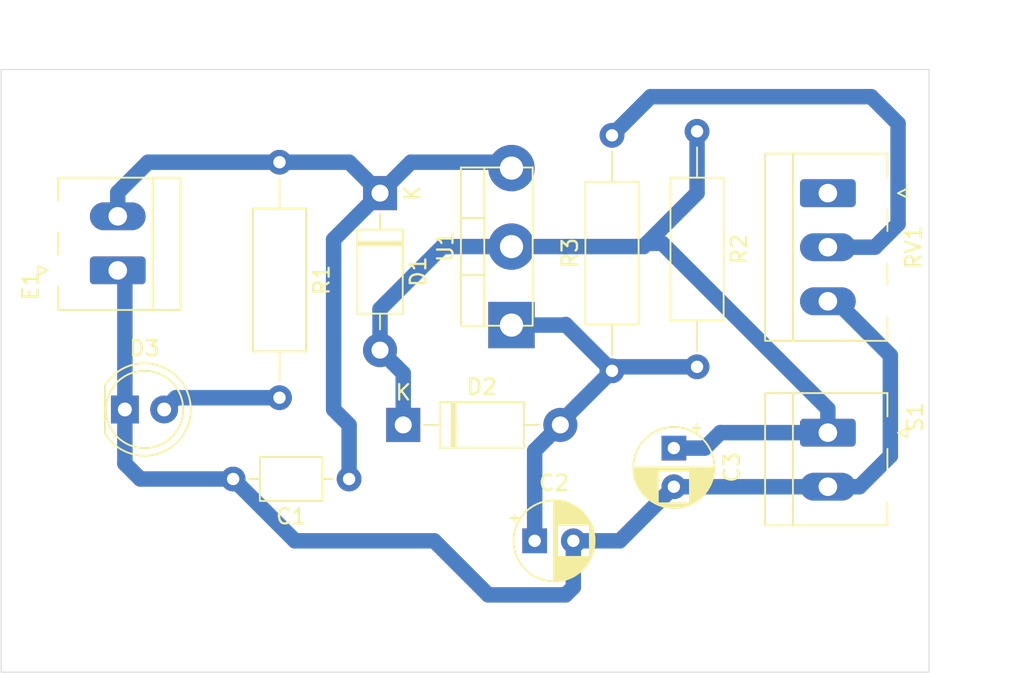
<source format=kicad_pcb>
(kicad_pcb (version 20171130) (host pcbnew "(5.1.10)-1")

  (general
    (thickness 1.6)
    (drawings 8)
    (tracks 64)
    (zones 0)
    (modules 13)
    (nets 8)
  )

  (page A4)
  (title_block
    (title "Fuente alimentacion regulable")
    (date 2021-06-28)
    (rev 4.0)
    (company "Electronica Reciclada")
  )

  (layers
    (0 F.Cu signal)
    (31 B.Cu signal)
    (32 B.Adhes user)
    (33 F.Adhes user)
    (34 B.Paste user)
    (35 F.Paste user)
    (36 B.SilkS user)
    (37 F.SilkS user)
    (38 B.Mask user)
    (39 F.Mask user)
    (40 Dwgs.User user)
    (41 Cmts.User user)
    (42 Eco1.User user)
    (43 Eco2.User user)
    (44 Edge.Cuts user)
    (45 Margin user)
    (46 B.CrtYd user)
    (47 F.CrtYd user)
    (48 B.Fab user hide)
    (49 F.Fab user)
  )

  (setup
    (last_trace_width 0.25)
    (user_trace_width 1)
    (user_trace_width 1.5)
    (user_trace_width 2)
    (trace_clearance 0.2)
    (zone_clearance 0.508)
    (zone_45_only no)
    (trace_min 0.2)
    (via_size 0.8)
    (via_drill 0.4)
    (via_min_size 0.4)
    (via_min_drill 0.3)
    (uvia_size 0.3)
    (uvia_drill 0.1)
    (uvias_allowed no)
    (uvia_min_size 0.2)
    (uvia_min_drill 0.1)
    (edge_width 0.05)
    (segment_width 0.2)
    (pcb_text_width 0.3)
    (pcb_text_size 1.5 1.5)
    (mod_edge_width 0.12)
    (mod_text_size 1 1)
    (mod_text_width 0.15)
    (pad_size 1.524 1.524)
    (pad_drill 0.762)
    (pad_to_mask_clearance 0)
    (aux_axis_origin 0 0)
    (visible_elements 7FFFFFFF)
    (pcbplotparams
      (layerselection 0x014fc_ffffffff)
      (usegerberextensions false)
      (usegerberattributes false)
      (usegerberadvancedattributes false)
      (creategerberjobfile false)
      (excludeedgelayer true)
      (linewidth 0.100000)
      (plotframeref false)
      (viasonmask false)
      (mode 1)
      (useauxorigin false)
      (hpglpennumber 1)
      (hpglpenspeed 20)
      (hpglpendiameter 15.000000)
      (psnegative false)
      (psa4output false)
      (plotreference true)
      (plotvalue true)
      (plotinvisibletext false)
      (padsonsilk false)
      (subtractmaskfromsilk false)
      (outputformat 1)
      (mirror false)
      (drillshape 0)
      (scaleselection 1)
      (outputdirectory ""))
  )

  (net 0 "")
  (net 1 VEE)
  (net 2 GND)
  (net 3 "Net-(D3-Pad2)")
  (net 4 "Net-(R3-Pad2)")
  (net 5 "Net-(RV1-Pad1)")
  (net 6 "Net-(C2-Pad1)")
  (net 7 "Net-(C3-Pad1)")

  (net_class Default "This is the default net class."
    (clearance 0.2)
    (trace_width 0.25)
    (via_dia 0.8)
    (via_drill 0.4)
    (uvia_dia 0.3)
    (uvia_drill 0.1)
    (add_net GND)
    (add_net "Net-(C2-Pad1)")
    (add_net "Net-(C3-Pad1)")
    (add_net "Net-(D3-Pad2)")
    (add_net "Net-(R3-Pad2)")
    (add_net "Net-(RV1-Pad1)")
    (add_net VEE)
  )

  (module Capacitor_THT:C_Axial_L3.8mm_D2.6mm_P7.50mm_Horizontal (layer F.Cu) (tedit 5AE50EF0) (tstamp 60D9E930)
    (at 102.5 74 180)
    (descr "C, Axial series, Axial, Horizontal, pin pitch=7.5mm, , length*diameter=3.8*2.6mm^2, http://www.vishay.com/docs/45231/arseries.pdf")
    (tags "C Axial series Axial Horizontal pin pitch 7.5mm  length 3.8mm diameter 2.6mm")
    (path /60D8C7A6)
    (fp_text reference C1 (at 3.75 -2.42) (layer F.SilkS)
      (effects (font (size 1 1) (thickness 0.15)))
    )
    (fp_text value 100nF (at 3.75 2.42) (layer F.Fab)
      (effects (font (size 1 1) (thickness 0.15)))
    )
    (fp_line (start 1.85 -1.3) (end 1.85 1.3) (layer F.Fab) (width 0.1))
    (fp_line (start 1.85 1.3) (end 5.65 1.3) (layer F.Fab) (width 0.1))
    (fp_line (start 5.65 1.3) (end 5.65 -1.3) (layer F.Fab) (width 0.1))
    (fp_line (start 5.65 -1.3) (end 1.85 -1.3) (layer F.Fab) (width 0.1))
    (fp_line (start 0 0) (end 1.85 0) (layer F.Fab) (width 0.1))
    (fp_line (start 7.5 0) (end 5.65 0) (layer F.Fab) (width 0.1))
    (fp_line (start 1.73 -1.42) (end 1.73 1.42) (layer F.SilkS) (width 0.12))
    (fp_line (start 1.73 1.42) (end 5.77 1.42) (layer F.SilkS) (width 0.12))
    (fp_line (start 5.77 1.42) (end 5.77 -1.42) (layer F.SilkS) (width 0.12))
    (fp_line (start 5.77 -1.42) (end 1.73 -1.42) (layer F.SilkS) (width 0.12))
    (fp_line (start 1.04 0) (end 1.73 0) (layer F.SilkS) (width 0.12))
    (fp_line (start 6.46 0) (end 5.77 0) (layer F.SilkS) (width 0.12))
    (fp_line (start -1.05 -1.55) (end -1.05 1.55) (layer F.CrtYd) (width 0.05))
    (fp_line (start -1.05 1.55) (end 8.55 1.55) (layer F.CrtYd) (width 0.05))
    (fp_line (start 8.55 1.55) (end 8.55 -1.55) (layer F.CrtYd) (width 0.05))
    (fp_line (start 8.55 -1.55) (end -1.05 -1.55) (layer F.CrtYd) (width 0.05))
    (fp_text user %R (at 3.75 0) (layer F.Fab)
      (effects (font (size 0.76 0.76) (thickness 0.114)))
    )
    (pad 1 thru_hole circle (at 0 0 180) (size 1.6 1.6) (drill 0.8) (layers *.Cu *.Mask)
      (net 1 VEE))
    (pad 2 thru_hole oval (at 7.5 0 180) (size 1.6 1.6) (drill 0.8) (layers *.Cu *.Mask)
      (net 2 GND))
    (model ${KISYS3DMOD}/Capacitor_THT.3dshapes/C_Axial_L3.8mm_D2.6mm_P7.50mm_Horizontal.wrl
      (at (xyz 0 0 0))
      (scale (xyz 1 1 1))
      (rotate (xyz 0 0 0))
    )
  )

  (module Capacitor_THT:CP_Radial_D5.0mm_P2.50mm (layer F.Cu) (tedit 5AE50EF0) (tstamp 60D9E9B4)
    (at 114.5 78)
    (descr "CP, Radial series, Radial, pin pitch=2.50mm, , diameter=5mm, Electrolytic Capacitor")
    (tags "CP Radial series Radial pin pitch 2.50mm  diameter 5mm Electrolytic Capacitor")
    (path /60DA078E)
    (fp_text reference C2 (at 1.25 -3.75) (layer F.SilkS)
      (effects (font (size 1 1) (thickness 0.15)))
    )
    (fp_text value "10uF / 24V" (at 1.25 3.75) (layer F.Fab)
      (effects (font (size 1 1) (thickness 0.15)))
    )
    (fp_circle (center 1.25 0) (end 3.75 0) (layer F.Fab) (width 0.1))
    (fp_circle (center 1.25 0) (end 3.87 0) (layer F.SilkS) (width 0.12))
    (fp_circle (center 1.25 0) (end 4 0) (layer F.CrtYd) (width 0.05))
    (fp_line (start -0.883605 -1.0875) (end -0.383605 -1.0875) (layer F.Fab) (width 0.1))
    (fp_line (start -0.633605 -1.3375) (end -0.633605 -0.8375) (layer F.Fab) (width 0.1))
    (fp_line (start 1.25 -2.58) (end 1.25 2.58) (layer F.SilkS) (width 0.12))
    (fp_line (start 1.29 -2.58) (end 1.29 2.58) (layer F.SilkS) (width 0.12))
    (fp_line (start 1.33 -2.579) (end 1.33 2.579) (layer F.SilkS) (width 0.12))
    (fp_line (start 1.37 -2.578) (end 1.37 2.578) (layer F.SilkS) (width 0.12))
    (fp_line (start 1.41 -2.576) (end 1.41 2.576) (layer F.SilkS) (width 0.12))
    (fp_line (start 1.45 -2.573) (end 1.45 2.573) (layer F.SilkS) (width 0.12))
    (fp_line (start 1.49 -2.569) (end 1.49 -1.04) (layer F.SilkS) (width 0.12))
    (fp_line (start 1.49 1.04) (end 1.49 2.569) (layer F.SilkS) (width 0.12))
    (fp_line (start 1.53 -2.565) (end 1.53 -1.04) (layer F.SilkS) (width 0.12))
    (fp_line (start 1.53 1.04) (end 1.53 2.565) (layer F.SilkS) (width 0.12))
    (fp_line (start 1.57 -2.561) (end 1.57 -1.04) (layer F.SilkS) (width 0.12))
    (fp_line (start 1.57 1.04) (end 1.57 2.561) (layer F.SilkS) (width 0.12))
    (fp_line (start 1.61 -2.556) (end 1.61 -1.04) (layer F.SilkS) (width 0.12))
    (fp_line (start 1.61 1.04) (end 1.61 2.556) (layer F.SilkS) (width 0.12))
    (fp_line (start 1.65 -2.55) (end 1.65 -1.04) (layer F.SilkS) (width 0.12))
    (fp_line (start 1.65 1.04) (end 1.65 2.55) (layer F.SilkS) (width 0.12))
    (fp_line (start 1.69 -2.543) (end 1.69 -1.04) (layer F.SilkS) (width 0.12))
    (fp_line (start 1.69 1.04) (end 1.69 2.543) (layer F.SilkS) (width 0.12))
    (fp_line (start 1.73 -2.536) (end 1.73 -1.04) (layer F.SilkS) (width 0.12))
    (fp_line (start 1.73 1.04) (end 1.73 2.536) (layer F.SilkS) (width 0.12))
    (fp_line (start 1.77 -2.528) (end 1.77 -1.04) (layer F.SilkS) (width 0.12))
    (fp_line (start 1.77 1.04) (end 1.77 2.528) (layer F.SilkS) (width 0.12))
    (fp_line (start 1.81 -2.52) (end 1.81 -1.04) (layer F.SilkS) (width 0.12))
    (fp_line (start 1.81 1.04) (end 1.81 2.52) (layer F.SilkS) (width 0.12))
    (fp_line (start 1.85 -2.511) (end 1.85 -1.04) (layer F.SilkS) (width 0.12))
    (fp_line (start 1.85 1.04) (end 1.85 2.511) (layer F.SilkS) (width 0.12))
    (fp_line (start 1.89 -2.501) (end 1.89 -1.04) (layer F.SilkS) (width 0.12))
    (fp_line (start 1.89 1.04) (end 1.89 2.501) (layer F.SilkS) (width 0.12))
    (fp_line (start 1.93 -2.491) (end 1.93 -1.04) (layer F.SilkS) (width 0.12))
    (fp_line (start 1.93 1.04) (end 1.93 2.491) (layer F.SilkS) (width 0.12))
    (fp_line (start 1.971 -2.48) (end 1.971 -1.04) (layer F.SilkS) (width 0.12))
    (fp_line (start 1.971 1.04) (end 1.971 2.48) (layer F.SilkS) (width 0.12))
    (fp_line (start 2.011 -2.468) (end 2.011 -1.04) (layer F.SilkS) (width 0.12))
    (fp_line (start 2.011 1.04) (end 2.011 2.468) (layer F.SilkS) (width 0.12))
    (fp_line (start 2.051 -2.455) (end 2.051 -1.04) (layer F.SilkS) (width 0.12))
    (fp_line (start 2.051 1.04) (end 2.051 2.455) (layer F.SilkS) (width 0.12))
    (fp_line (start 2.091 -2.442) (end 2.091 -1.04) (layer F.SilkS) (width 0.12))
    (fp_line (start 2.091 1.04) (end 2.091 2.442) (layer F.SilkS) (width 0.12))
    (fp_line (start 2.131 -2.428) (end 2.131 -1.04) (layer F.SilkS) (width 0.12))
    (fp_line (start 2.131 1.04) (end 2.131 2.428) (layer F.SilkS) (width 0.12))
    (fp_line (start 2.171 -2.414) (end 2.171 -1.04) (layer F.SilkS) (width 0.12))
    (fp_line (start 2.171 1.04) (end 2.171 2.414) (layer F.SilkS) (width 0.12))
    (fp_line (start 2.211 -2.398) (end 2.211 -1.04) (layer F.SilkS) (width 0.12))
    (fp_line (start 2.211 1.04) (end 2.211 2.398) (layer F.SilkS) (width 0.12))
    (fp_line (start 2.251 -2.382) (end 2.251 -1.04) (layer F.SilkS) (width 0.12))
    (fp_line (start 2.251 1.04) (end 2.251 2.382) (layer F.SilkS) (width 0.12))
    (fp_line (start 2.291 -2.365) (end 2.291 -1.04) (layer F.SilkS) (width 0.12))
    (fp_line (start 2.291 1.04) (end 2.291 2.365) (layer F.SilkS) (width 0.12))
    (fp_line (start 2.331 -2.348) (end 2.331 -1.04) (layer F.SilkS) (width 0.12))
    (fp_line (start 2.331 1.04) (end 2.331 2.348) (layer F.SilkS) (width 0.12))
    (fp_line (start 2.371 -2.329) (end 2.371 -1.04) (layer F.SilkS) (width 0.12))
    (fp_line (start 2.371 1.04) (end 2.371 2.329) (layer F.SilkS) (width 0.12))
    (fp_line (start 2.411 -2.31) (end 2.411 -1.04) (layer F.SilkS) (width 0.12))
    (fp_line (start 2.411 1.04) (end 2.411 2.31) (layer F.SilkS) (width 0.12))
    (fp_line (start 2.451 -2.29) (end 2.451 -1.04) (layer F.SilkS) (width 0.12))
    (fp_line (start 2.451 1.04) (end 2.451 2.29) (layer F.SilkS) (width 0.12))
    (fp_line (start 2.491 -2.268) (end 2.491 -1.04) (layer F.SilkS) (width 0.12))
    (fp_line (start 2.491 1.04) (end 2.491 2.268) (layer F.SilkS) (width 0.12))
    (fp_line (start 2.531 -2.247) (end 2.531 -1.04) (layer F.SilkS) (width 0.12))
    (fp_line (start 2.531 1.04) (end 2.531 2.247) (layer F.SilkS) (width 0.12))
    (fp_line (start 2.571 -2.224) (end 2.571 -1.04) (layer F.SilkS) (width 0.12))
    (fp_line (start 2.571 1.04) (end 2.571 2.224) (layer F.SilkS) (width 0.12))
    (fp_line (start 2.611 -2.2) (end 2.611 -1.04) (layer F.SilkS) (width 0.12))
    (fp_line (start 2.611 1.04) (end 2.611 2.2) (layer F.SilkS) (width 0.12))
    (fp_line (start 2.651 -2.175) (end 2.651 -1.04) (layer F.SilkS) (width 0.12))
    (fp_line (start 2.651 1.04) (end 2.651 2.175) (layer F.SilkS) (width 0.12))
    (fp_line (start 2.691 -2.149) (end 2.691 -1.04) (layer F.SilkS) (width 0.12))
    (fp_line (start 2.691 1.04) (end 2.691 2.149) (layer F.SilkS) (width 0.12))
    (fp_line (start 2.731 -2.122) (end 2.731 -1.04) (layer F.SilkS) (width 0.12))
    (fp_line (start 2.731 1.04) (end 2.731 2.122) (layer F.SilkS) (width 0.12))
    (fp_line (start 2.771 -2.095) (end 2.771 -1.04) (layer F.SilkS) (width 0.12))
    (fp_line (start 2.771 1.04) (end 2.771 2.095) (layer F.SilkS) (width 0.12))
    (fp_line (start 2.811 -2.065) (end 2.811 -1.04) (layer F.SilkS) (width 0.12))
    (fp_line (start 2.811 1.04) (end 2.811 2.065) (layer F.SilkS) (width 0.12))
    (fp_line (start 2.851 -2.035) (end 2.851 -1.04) (layer F.SilkS) (width 0.12))
    (fp_line (start 2.851 1.04) (end 2.851 2.035) (layer F.SilkS) (width 0.12))
    (fp_line (start 2.891 -2.004) (end 2.891 -1.04) (layer F.SilkS) (width 0.12))
    (fp_line (start 2.891 1.04) (end 2.891 2.004) (layer F.SilkS) (width 0.12))
    (fp_line (start 2.931 -1.971) (end 2.931 -1.04) (layer F.SilkS) (width 0.12))
    (fp_line (start 2.931 1.04) (end 2.931 1.971) (layer F.SilkS) (width 0.12))
    (fp_line (start 2.971 -1.937) (end 2.971 -1.04) (layer F.SilkS) (width 0.12))
    (fp_line (start 2.971 1.04) (end 2.971 1.937) (layer F.SilkS) (width 0.12))
    (fp_line (start 3.011 -1.901) (end 3.011 -1.04) (layer F.SilkS) (width 0.12))
    (fp_line (start 3.011 1.04) (end 3.011 1.901) (layer F.SilkS) (width 0.12))
    (fp_line (start 3.051 -1.864) (end 3.051 -1.04) (layer F.SilkS) (width 0.12))
    (fp_line (start 3.051 1.04) (end 3.051 1.864) (layer F.SilkS) (width 0.12))
    (fp_line (start 3.091 -1.826) (end 3.091 -1.04) (layer F.SilkS) (width 0.12))
    (fp_line (start 3.091 1.04) (end 3.091 1.826) (layer F.SilkS) (width 0.12))
    (fp_line (start 3.131 -1.785) (end 3.131 -1.04) (layer F.SilkS) (width 0.12))
    (fp_line (start 3.131 1.04) (end 3.131 1.785) (layer F.SilkS) (width 0.12))
    (fp_line (start 3.171 -1.743) (end 3.171 -1.04) (layer F.SilkS) (width 0.12))
    (fp_line (start 3.171 1.04) (end 3.171 1.743) (layer F.SilkS) (width 0.12))
    (fp_line (start 3.211 -1.699) (end 3.211 -1.04) (layer F.SilkS) (width 0.12))
    (fp_line (start 3.211 1.04) (end 3.211 1.699) (layer F.SilkS) (width 0.12))
    (fp_line (start 3.251 -1.653) (end 3.251 -1.04) (layer F.SilkS) (width 0.12))
    (fp_line (start 3.251 1.04) (end 3.251 1.653) (layer F.SilkS) (width 0.12))
    (fp_line (start 3.291 -1.605) (end 3.291 -1.04) (layer F.SilkS) (width 0.12))
    (fp_line (start 3.291 1.04) (end 3.291 1.605) (layer F.SilkS) (width 0.12))
    (fp_line (start 3.331 -1.554) (end 3.331 -1.04) (layer F.SilkS) (width 0.12))
    (fp_line (start 3.331 1.04) (end 3.331 1.554) (layer F.SilkS) (width 0.12))
    (fp_line (start 3.371 -1.5) (end 3.371 -1.04) (layer F.SilkS) (width 0.12))
    (fp_line (start 3.371 1.04) (end 3.371 1.5) (layer F.SilkS) (width 0.12))
    (fp_line (start 3.411 -1.443) (end 3.411 -1.04) (layer F.SilkS) (width 0.12))
    (fp_line (start 3.411 1.04) (end 3.411 1.443) (layer F.SilkS) (width 0.12))
    (fp_line (start 3.451 -1.383) (end 3.451 -1.04) (layer F.SilkS) (width 0.12))
    (fp_line (start 3.451 1.04) (end 3.451 1.383) (layer F.SilkS) (width 0.12))
    (fp_line (start 3.491 -1.319) (end 3.491 -1.04) (layer F.SilkS) (width 0.12))
    (fp_line (start 3.491 1.04) (end 3.491 1.319) (layer F.SilkS) (width 0.12))
    (fp_line (start 3.531 -1.251) (end 3.531 -1.04) (layer F.SilkS) (width 0.12))
    (fp_line (start 3.531 1.04) (end 3.531 1.251) (layer F.SilkS) (width 0.12))
    (fp_line (start 3.571 -1.178) (end 3.571 1.178) (layer F.SilkS) (width 0.12))
    (fp_line (start 3.611 -1.098) (end 3.611 1.098) (layer F.SilkS) (width 0.12))
    (fp_line (start 3.651 -1.011) (end 3.651 1.011) (layer F.SilkS) (width 0.12))
    (fp_line (start 3.691 -0.915) (end 3.691 0.915) (layer F.SilkS) (width 0.12))
    (fp_line (start 3.731 -0.805) (end 3.731 0.805) (layer F.SilkS) (width 0.12))
    (fp_line (start 3.771 -0.677) (end 3.771 0.677) (layer F.SilkS) (width 0.12))
    (fp_line (start 3.811 -0.518) (end 3.811 0.518) (layer F.SilkS) (width 0.12))
    (fp_line (start 3.851 -0.284) (end 3.851 0.284) (layer F.SilkS) (width 0.12))
    (fp_line (start -1.554775 -1.475) (end -1.054775 -1.475) (layer F.SilkS) (width 0.12))
    (fp_line (start -1.304775 -1.725) (end -1.304775 -1.225) (layer F.SilkS) (width 0.12))
    (fp_text user %R (at 1.25 0) (layer F.Fab)
      (effects (font (size 1 1) (thickness 0.15)))
    )
    (pad 1 thru_hole rect (at 0 0) (size 1.6 1.6) (drill 0.8) (layers *.Cu *.Mask)
      (net 6 "Net-(C2-Pad1)"))
    (pad 2 thru_hole circle (at 2.5 0) (size 1.6 1.6) (drill 0.8) (layers *.Cu *.Mask)
      (net 2 GND))
    (model ${KISYS3DMOD}/Capacitor_THT.3dshapes/CP_Radial_D5.0mm_P2.50mm.wrl
      (at (xyz 0 0 0))
      (scale (xyz 1 1 1))
      (rotate (xyz 0 0 0))
    )
  )

  (module Capacitor_THT:CP_Radial_D5.0mm_P2.50mm (layer F.Cu) (tedit 5AE50EF0) (tstamp 60D9EA38)
    (at 123.5 72 270)
    (descr "CP, Radial series, Radial, pin pitch=2.50mm, , diameter=5mm, Electrolytic Capacitor")
    (tags "CP Radial series Radial pin pitch 2.50mm  diameter 5mm Electrolytic Capacitor")
    (path /60DA29E5)
    (fp_text reference C3 (at 1.25 -3.75 90) (layer F.SilkS)
      (effects (font (size 1 1) (thickness 0.15)))
    )
    (fp_text value 100uF (at 1.25 3.75 90) (layer F.Fab)
      (effects (font (size 1 1) (thickness 0.15)))
    )
    (fp_line (start -1.304775 -1.725) (end -1.304775 -1.225) (layer F.SilkS) (width 0.12))
    (fp_line (start -1.554775 -1.475) (end -1.054775 -1.475) (layer F.SilkS) (width 0.12))
    (fp_line (start 3.851 -0.284) (end 3.851 0.284) (layer F.SilkS) (width 0.12))
    (fp_line (start 3.811 -0.518) (end 3.811 0.518) (layer F.SilkS) (width 0.12))
    (fp_line (start 3.771 -0.677) (end 3.771 0.677) (layer F.SilkS) (width 0.12))
    (fp_line (start 3.731 -0.805) (end 3.731 0.805) (layer F.SilkS) (width 0.12))
    (fp_line (start 3.691 -0.915) (end 3.691 0.915) (layer F.SilkS) (width 0.12))
    (fp_line (start 3.651 -1.011) (end 3.651 1.011) (layer F.SilkS) (width 0.12))
    (fp_line (start 3.611 -1.098) (end 3.611 1.098) (layer F.SilkS) (width 0.12))
    (fp_line (start 3.571 -1.178) (end 3.571 1.178) (layer F.SilkS) (width 0.12))
    (fp_line (start 3.531 1.04) (end 3.531 1.251) (layer F.SilkS) (width 0.12))
    (fp_line (start 3.531 -1.251) (end 3.531 -1.04) (layer F.SilkS) (width 0.12))
    (fp_line (start 3.491 1.04) (end 3.491 1.319) (layer F.SilkS) (width 0.12))
    (fp_line (start 3.491 -1.319) (end 3.491 -1.04) (layer F.SilkS) (width 0.12))
    (fp_line (start 3.451 1.04) (end 3.451 1.383) (layer F.SilkS) (width 0.12))
    (fp_line (start 3.451 -1.383) (end 3.451 -1.04) (layer F.SilkS) (width 0.12))
    (fp_line (start 3.411 1.04) (end 3.411 1.443) (layer F.SilkS) (width 0.12))
    (fp_line (start 3.411 -1.443) (end 3.411 -1.04) (layer F.SilkS) (width 0.12))
    (fp_line (start 3.371 1.04) (end 3.371 1.5) (layer F.SilkS) (width 0.12))
    (fp_line (start 3.371 -1.5) (end 3.371 -1.04) (layer F.SilkS) (width 0.12))
    (fp_line (start 3.331 1.04) (end 3.331 1.554) (layer F.SilkS) (width 0.12))
    (fp_line (start 3.331 -1.554) (end 3.331 -1.04) (layer F.SilkS) (width 0.12))
    (fp_line (start 3.291 1.04) (end 3.291 1.605) (layer F.SilkS) (width 0.12))
    (fp_line (start 3.291 -1.605) (end 3.291 -1.04) (layer F.SilkS) (width 0.12))
    (fp_line (start 3.251 1.04) (end 3.251 1.653) (layer F.SilkS) (width 0.12))
    (fp_line (start 3.251 -1.653) (end 3.251 -1.04) (layer F.SilkS) (width 0.12))
    (fp_line (start 3.211 1.04) (end 3.211 1.699) (layer F.SilkS) (width 0.12))
    (fp_line (start 3.211 -1.699) (end 3.211 -1.04) (layer F.SilkS) (width 0.12))
    (fp_line (start 3.171 1.04) (end 3.171 1.743) (layer F.SilkS) (width 0.12))
    (fp_line (start 3.171 -1.743) (end 3.171 -1.04) (layer F.SilkS) (width 0.12))
    (fp_line (start 3.131 1.04) (end 3.131 1.785) (layer F.SilkS) (width 0.12))
    (fp_line (start 3.131 -1.785) (end 3.131 -1.04) (layer F.SilkS) (width 0.12))
    (fp_line (start 3.091 1.04) (end 3.091 1.826) (layer F.SilkS) (width 0.12))
    (fp_line (start 3.091 -1.826) (end 3.091 -1.04) (layer F.SilkS) (width 0.12))
    (fp_line (start 3.051 1.04) (end 3.051 1.864) (layer F.SilkS) (width 0.12))
    (fp_line (start 3.051 -1.864) (end 3.051 -1.04) (layer F.SilkS) (width 0.12))
    (fp_line (start 3.011 1.04) (end 3.011 1.901) (layer F.SilkS) (width 0.12))
    (fp_line (start 3.011 -1.901) (end 3.011 -1.04) (layer F.SilkS) (width 0.12))
    (fp_line (start 2.971 1.04) (end 2.971 1.937) (layer F.SilkS) (width 0.12))
    (fp_line (start 2.971 -1.937) (end 2.971 -1.04) (layer F.SilkS) (width 0.12))
    (fp_line (start 2.931 1.04) (end 2.931 1.971) (layer F.SilkS) (width 0.12))
    (fp_line (start 2.931 -1.971) (end 2.931 -1.04) (layer F.SilkS) (width 0.12))
    (fp_line (start 2.891 1.04) (end 2.891 2.004) (layer F.SilkS) (width 0.12))
    (fp_line (start 2.891 -2.004) (end 2.891 -1.04) (layer F.SilkS) (width 0.12))
    (fp_line (start 2.851 1.04) (end 2.851 2.035) (layer F.SilkS) (width 0.12))
    (fp_line (start 2.851 -2.035) (end 2.851 -1.04) (layer F.SilkS) (width 0.12))
    (fp_line (start 2.811 1.04) (end 2.811 2.065) (layer F.SilkS) (width 0.12))
    (fp_line (start 2.811 -2.065) (end 2.811 -1.04) (layer F.SilkS) (width 0.12))
    (fp_line (start 2.771 1.04) (end 2.771 2.095) (layer F.SilkS) (width 0.12))
    (fp_line (start 2.771 -2.095) (end 2.771 -1.04) (layer F.SilkS) (width 0.12))
    (fp_line (start 2.731 1.04) (end 2.731 2.122) (layer F.SilkS) (width 0.12))
    (fp_line (start 2.731 -2.122) (end 2.731 -1.04) (layer F.SilkS) (width 0.12))
    (fp_line (start 2.691 1.04) (end 2.691 2.149) (layer F.SilkS) (width 0.12))
    (fp_line (start 2.691 -2.149) (end 2.691 -1.04) (layer F.SilkS) (width 0.12))
    (fp_line (start 2.651 1.04) (end 2.651 2.175) (layer F.SilkS) (width 0.12))
    (fp_line (start 2.651 -2.175) (end 2.651 -1.04) (layer F.SilkS) (width 0.12))
    (fp_line (start 2.611 1.04) (end 2.611 2.2) (layer F.SilkS) (width 0.12))
    (fp_line (start 2.611 -2.2) (end 2.611 -1.04) (layer F.SilkS) (width 0.12))
    (fp_line (start 2.571 1.04) (end 2.571 2.224) (layer F.SilkS) (width 0.12))
    (fp_line (start 2.571 -2.224) (end 2.571 -1.04) (layer F.SilkS) (width 0.12))
    (fp_line (start 2.531 1.04) (end 2.531 2.247) (layer F.SilkS) (width 0.12))
    (fp_line (start 2.531 -2.247) (end 2.531 -1.04) (layer F.SilkS) (width 0.12))
    (fp_line (start 2.491 1.04) (end 2.491 2.268) (layer F.SilkS) (width 0.12))
    (fp_line (start 2.491 -2.268) (end 2.491 -1.04) (layer F.SilkS) (width 0.12))
    (fp_line (start 2.451 1.04) (end 2.451 2.29) (layer F.SilkS) (width 0.12))
    (fp_line (start 2.451 -2.29) (end 2.451 -1.04) (layer F.SilkS) (width 0.12))
    (fp_line (start 2.411 1.04) (end 2.411 2.31) (layer F.SilkS) (width 0.12))
    (fp_line (start 2.411 -2.31) (end 2.411 -1.04) (layer F.SilkS) (width 0.12))
    (fp_line (start 2.371 1.04) (end 2.371 2.329) (layer F.SilkS) (width 0.12))
    (fp_line (start 2.371 -2.329) (end 2.371 -1.04) (layer F.SilkS) (width 0.12))
    (fp_line (start 2.331 1.04) (end 2.331 2.348) (layer F.SilkS) (width 0.12))
    (fp_line (start 2.331 -2.348) (end 2.331 -1.04) (layer F.SilkS) (width 0.12))
    (fp_line (start 2.291 1.04) (end 2.291 2.365) (layer F.SilkS) (width 0.12))
    (fp_line (start 2.291 -2.365) (end 2.291 -1.04) (layer F.SilkS) (width 0.12))
    (fp_line (start 2.251 1.04) (end 2.251 2.382) (layer F.SilkS) (width 0.12))
    (fp_line (start 2.251 -2.382) (end 2.251 -1.04) (layer F.SilkS) (width 0.12))
    (fp_line (start 2.211 1.04) (end 2.211 2.398) (layer F.SilkS) (width 0.12))
    (fp_line (start 2.211 -2.398) (end 2.211 -1.04) (layer F.SilkS) (width 0.12))
    (fp_line (start 2.171 1.04) (end 2.171 2.414) (layer F.SilkS) (width 0.12))
    (fp_line (start 2.171 -2.414) (end 2.171 -1.04) (layer F.SilkS) (width 0.12))
    (fp_line (start 2.131 1.04) (end 2.131 2.428) (layer F.SilkS) (width 0.12))
    (fp_line (start 2.131 -2.428) (end 2.131 -1.04) (layer F.SilkS) (width 0.12))
    (fp_line (start 2.091 1.04) (end 2.091 2.442) (layer F.SilkS) (width 0.12))
    (fp_line (start 2.091 -2.442) (end 2.091 -1.04) (layer F.SilkS) (width 0.12))
    (fp_line (start 2.051 1.04) (end 2.051 2.455) (layer F.SilkS) (width 0.12))
    (fp_line (start 2.051 -2.455) (end 2.051 -1.04) (layer F.SilkS) (width 0.12))
    (fp_line (start 2.011 1.04) (end 2.011 2.468) (layer F.SilkS) (width 0.12))
    (fp_line (start 2.011 -2.468) (end 2.011 -1.04) (layer F.SilkS) (width 0.12))
    (fp_line (start 1.971 1.04) (end 1.971 2.48) (layer F.SilkS) (width 0.12))
    (fp_line (start 1.971 -2.48) (end 1.971 -1.04) (layer F.SilkS) (width 0.12))
    (fp_line (start 1.93 1.04) (end 1.93 2.491) (layer F.SilkS) (width 0.12))
    (fp_line (start 1.93 -2.491) (end 1.93 -1.04) (layer F.SilkS) (width 0.12))
    (fp_line (start 1.89 1.04) (end 1.89 2.501) (layer F.SilkS) (width 0.12))
    (fp_line (start 1.89 -2.501) (end 1.89 -1.04) (layer F.SilkS) (width 0.12))
    (fp_line (start 1.85 1.04) (end 1.85 2.511) (layer F.SilkS) (width 0.12))
    (fp_line (start 1.85 -2.511) (end 1.85 -1.04) (layer F.SilkS) (width 0.12))
    (fp_line (start 1.81 1.04) (end 1.81 2.52) (layer F.SilkS) (width 0.12))
    (fp_line (start 1.81 -2.52) (end 1.81 -1.04) (layer F.SilkS) (width 0.12))
    (fp_line (start 1.77 1.04) (end 1.77 2.528) (layer F.SilkS) (width 0.12))
    (fp_line (start 1.77 -2.528) (end 1.77 -1.04) (layer F.SilkS) (width 0.12))
    (fp_line (start 1.73 1.04) (end 1.73 2.536) (layer F.SilkS) (width 0.12))
    (fp_line (start 1.73 -2.536) (end 1.73 -1.04) (layer F.SilkS) (width 0.12))
    (fp_line (start 1.69 1.04) (end 1.69 2.543) (layer F.SilkS) (width 0.12))
    (fp_line (start 1.69 -2.543) (end 1.69 -1.04) (layer F.SilkS) (width 0.12))
    (fp_line (start 1.65 1.04) (end 1.65 2.55) (layer F.SilkS) (width 0.12))
    (fp_line (start 1.65 -2.55) (end 1.65 -1.04) (layer F.SilkS) (width 0.12))
    (fp_line (start 1.61 1.04) (end 1.61 2.556) (layer F.SilkS) (width 0.12))
    (fp_line (start 1.61 -2.556) (end 1.61 -1.04) (layer F.SilkS) (width 0.12))
    (fp_line (start 1.57 1.04) (end 1.57 2.561) (layer F.SilkS) (width 0.12))
    (fp_line (start 1.57 -2.561) (end 1.57 -1.04) (layer F.SilkS) (width 0.12))
    (fp_line (start 1.53 1.04) (end 1.53 2.565) (layer F.SilkS) (width 0.12))
    (fp_line (start 1.53 -2.565) (end 1.53 -1.04) (layer F.SilkS) (width 0.12))
    (fp_line (start 1.49 1.04) (end 1.49 2.569) (layer F.SilkS) (width 0.12))
    (fp_line (start 1.49 -2.569) (end 1.49 -1.04) (layer F.SilkS) (width 0.12))
    (fp_line (start 1.45 -2.573) (end 1.45 2.573) (layer F.SilkS) (width 0.12))
    (fp_line (start 1.41 -2.576) (end 1.41 2.576) (layer F.SilkS) (width 0.12))
    (fp_line (start 1.37 -2.578) (end 1.37 2.578) (layer F.SilkS) (width 0.12))
    (fp_line (start 1.33 -2.579) (end 1.33 2.579) (layer F.SilkS) (width 0.12))
    (fp_line (start 1.29 -2.58) (end 1.29 2.58) (layer F.SilkS) (width 0.12))
    (fp_line (start 1.25 -2.58) (end 1.25 2.58) (layer F.SilkS) (width 0.12))
    (fp_line (start -0.633605 -1.3375) (end -0.633605 -0.8375) (layer F.Fab) (width 0.1))
    (fp_line (start -0.883605 -1.0875) (end -0.383605 -1.0875) (layer F.Fab) (width 0.1))
    (fp_circle (center 1.25 0) (end 4 0) (layer F.CrtYd) (width 0.05))
    (fp_circle (center 1.25 0) (end 3.87 0) (layer F.SilkS) (width 0.12))
    (fp_circle (center 1.25 0) (end 3.75 0) (layer F.Fab) (width 0.1))
    (fp_text user %R (at 1.25 0 90) (layer F.Fab)
      (effects (font (size 1 1) (thickness 0.15)))
    )
    (pad 2 thru_hole circle (at 2.5 0 270) (size 1.6 1.6) (drill 0.8) (layers *.Cu *.Mask)
      (net 2 GND))
    (pad 1 thru_hole rect (at 0 0 270) (size 1.6 1.6) (drill 0.8) (layers *.Cu *.Mask)
      (net 7 "Net-(C3-Pad1)"))
    (model ${KISYS3DMOD}/Capacitor_THT.3dshapes/CP_Radial_D5.0mm_P2.50mm.wrl
      (at (xyz 0 0 0))
      (scale (xyz 1 1 1))
      (rotate (xyz 0 0 0))
    )
  )

  (module Diode_THT:D_DO-41_SOD81_P10.16mm_Horizontal (layer F.Cu) (tedit 5AE50CD5) (tstamp 60D9EA57)
    (at 104.5 55.5 270)
    (descr "Diode, DO-41_SOD81 series, Axial, Horizontal, pin pitch=10.16mm, , length*diameter=5.2*2.7mm^2, , http://www.diodes.com/_files/packages/DO-41%20(Plastic).pdf")
    (tags "Diode DO-41_SOD81 series Axial Horizontal pin pitch 10.16mm  length 5.2mm diameter 2.7mm")
    (path /60D9C27C)
    (fp_text reference D1 (at 5.08 -2.47 90) (layer F.SilkS)
      (effects (font (size 1 1) (thickness 0.15)))
    )
    (fp_text value 1N4007 (at 5.08 2.47 90) (layer F.Fab)
      (effects (font (size 1 1) (thickness 0.15)))
    )
    (fp_line (start 2.48 -1.35) (end 2.48 1.35) (layer F.Fab) (width 0.1))
    (fp_line (start 2.48 1.35) (end 7.68 1.35) (layer F.Fab) (width 0.1))
    (fp_line (start 7.68 1.35) (end 7.68 -1.35) (layer F.Fab) (width 0.1))
    (fp_line (start 7.68 -1.35) (end 2.48 -1.35) (layer F.Fab) (width 0.1))
    (fp_line (start 0 0) (end 2.48 0) (layer F.Fab) (width 0.1))
    (fp_line (start 10.16 0) (end 7.68 0) (layer F.Fab) (width 0.1))
    (fp_line (start 3.26 -1.35) (end 3.26 1.35) (layer F.Fab) (width 0.1))
    (fp_line (start 3.36 -1.35) (end 3.36 1.35) (layer F.Fab) (width 0.1))
    (fp_line (start 3.16 -1.35) (end 3.16 1.35) (layer F.Fab) (width 0.1))
    (fp_line (start 2.36 -1.47) (end 2.36 1.47) (layer F.SilkS) (width 0.12))
    (fp_line (start 2.36 1.47) (end 7.8 1.47) (layer F.SilkS) (width 0.12))
    (fp_line (start 7.8 1.47) (end 7.8 -1.47) (layer F.SilkS) (width 0.12))
    (fp_line (start 7.8 -1.47) (end 2.36 -1.47) (layer F.SilkS) (width 0.12))
    (fp_line (start 1.34 0) (end 2.36 0) (layer F.SilkS) (width 0.12))
    (fp_line (start 8.82 0) (end 7.8 0) (layer F.SilkS) (width 0.12))
    (fp_line (start 3.26 -1.47) (end 3.26 1.47) (layer F.SilkS) (width 0.12))
    (fp_line (start 3.38 -1.47) (end 3.38 1.47) (layer F.SilkS) (width 0.12))
    (fp_line (start 3.14 -1.47) (end 3.14 1.47) (layer F.SilkS) (width 0.12))
    (fp_line (start -1.35 -1.6) (end -1.35 1.6) (layer F.CrtYd) (width 0.05))
    (fp_line (start -1.35 1.6) (end 11.51 1.6) (layer F.CrtYd) (width 0.05))
    (fp_line (start 11.51 1.6) (end 11.51 -1.6) (layer F.CrtYd) (width 0.05))
    (fp_line (start 11.51 -1.6) (end -1.35 -1.6) (layer F.CrtYd) (width 0.05))
    (fp_text user %R (at 5.47 0 90) (layer F.Fab)
      (effects (font (size 1 1) (thickness 0.15)))
    )
    (fp_text user K (at 0 -2.1 90) (layer F.Fab)
      (effects (font (size 1 1) (thickness 0.15)))
    )
    (fp_text user K (at 0 -2.1 90) (layer F.SilkS)
      (effects (font (size 1 1) (thickness 0.15)))
    )
    (pad 1 thru_hole rect (at 0 0 270) (size 2.2 2.2) (drill 1.1) (layers *.Cu *.Mask)
      (net 1 VEE))
    (pad 2 thru_hole oval (at 10.16 0 270) (size 2.2 2.2) (drill 1.1) (layers *.Cu *.Mask)
      (net 7 "Net-(C3-Pad1)"))
    (model ${KISYS3DMOD}/Diode_THT.3dshapes/D_DO-41_SOD81_P10.16mm_Horizontal.wrl
      (at (xyz 0 0 0))
      (scale (xyz 1 1 1))
      (rotate (xyz 0 0 0))
    )
  )

  (module Diode_THT:D_DO-41_SOD81_P10.16mm_Horizontal (layer F.Cu) (tedit 5AE50CD5) (tstamp 60D9EA76)
    (at 106 70.5)
    (descr "Diode, DO-41_SOD81 series, Axial, Horizontal, pin pitch=10.16mm, , length*diameter=5.2*2.7mm^2, , http://www.diodes.com/_files/packages/DO-41%20(Plastic).pdf")
    (tags "Diode DO-41_SOD81 series Axial Horizontal pin pitch 10.16mm  length 5.2mm diameter 2.7mm")
    (path /60D9E604)
    (fp_text reference D2 (at 5.08 -2.47) (layer F.SilkS)
      (effects (font (size 1 1) (thickness 0.15)))
    )
    (fp_text value 1N4001 (at 5.08 2.47) (layer F.Fab)
      (effects (font (size 1 1) (thickness 0.15)))
    )
    (fp_line (start 11.51 -1.6) (end -1.35 -1.6) (layer F.CrtYd) (width 0.05))
    (fp_line (start 11.51 1.6) (end 11.51 -1.6) (layer F.CrtYd) (width 0.05))
    (fp_line (start -1.35 1.6) (end 11.51 1.6) (layer F.CrtYd) (width 0.05))
    (fp_line (start -1.35 -1.6) (end -1.35 1.6) (layer F.CrtYd) (width 0.05))
    (fp_line (start 3.14 -1.47) (end 3.14 1.47) (layer F.SilkS) (width 0.12))
    (fp_line (start 3.38 -1.47) (end 3.38 1.47) (layer F.SilkS) (width 0.12))
    (fp_line (start 3.26 -1.47) (end 3.26 1.47) (layer F.SilkS) (width 0.12))
    (fp_line (start 8.82 0) (end 7.8 0) (layer F.SilkS) (width 0.12))
    (fp_line (start 1.34 0) (end 2.36 0) (layer F.SilkS) (width 0.12))
    (fp_line (start 7.8 -1.47) (end 2.36 -1.47) (layer F.SilkS) (width 0.12))
    (fp_line (start 7.8 1.47) (end 7.8 -1.47) (layer F.SilkS) (width 0.12))
    (fp_line (start 2.36 1.47) (end 7.8 1.47) (layer F.SilkS) (width 0.12))
    (fp_line (start 2.36 -1.47) (end 2.36 1.47) (layer F.SilkS) (width 0.12))
    (fp_line (start 3.16 -1.35) (end 3.16 1.35) (layer F.Fab) (width 0.1))
    (fp_line (start 3.36 -1.35) (end 3.36 1.35) (layer F.Fab) (width 0.1))
    (fp_line (start 3.26 -1.35) (end 3.26 1.35) (layer F.Fab) (width 0.1))
    (fp_line (start 10.16 0) (end 7.68 0) (layer F.Fab) (width 0.1))
    (fp_line (start 0 0) (end 2.48 0) (layer F.Fab) (width 0.1))
    (fp_line (start 7.68 -1.35) (end 2.48 -1.35) (layer F.Fab) (width 0.1))
    (fp_line (start 7.68 1.35) (end 7.68 -1.35) (layer F.Fab) (width 0.1))
    (fp_line (start 2.48 1.35) (end 7.68 1.35) (layer F.Fab) (width 0.1))
    (fp_line (start 2.48 -1.35) (end 2.48 1.35) (layer F.Fab) (width 0.1))
    (fp_text user K (at 0 -2.1) (layer F.SilkS)
      (effects (font (size 1 1) (thickness 0.15)))
    )
    (fp_text user K (at 0 -2.1) (layer F.Fab)
      (effects (font (size 1 1) (thickness 0.15)))
    )
    (fp_text user %R (at 5.47 0) (layer F.Fab)
      (effects (font (size 1 1) (thickness 0.15)))
    )
    (pad 2 thru_hole oval (at 10.16 0) (size 2.2 2.2) (drill 1.1) (layers *.Cu *.Mask)
      (net 6 "Net-(C2-Pad1)"))
    (pad 1 thru_hole rect (at 0 0) (size 2.2 2.2) (drill 1.1) (layers *.Cu *.Mask)
      (net 7 "Net-(C3-Pad1)"))
    (model ${KISYS3DMOD}/Diode_THT.3dshapes/D_DO-41_SOD81_P10.16mm_Horizontal.wrl
      (at (xyz 0 0 0))
      (scale (xyz 1 1 1))
      (rotate (xyz 0 0 0))
    )
  )

  (module LED_THT:LED_D5.0mm (layer F.Cu) (tedit 5995936A) (tstamp 60D9EA88)
    (at 88 69.5)
    (descr "LED, diameter 5.0mm, 2 pins, http://cdn-reichelt.de/documents/datenblatt/A500/LL-504BC2E-009.pdf")
    (tags "LED diameter 5.0mm 2 pins")
    (path /60D9663A)
    (fp_text reference D3 (at 1.27 -3.96) (layer F.SilkS)
      (effects (font (size 1 1) (thickness 0.15)))
    )
    (fp_text value "LED ROJO" (at 1.27 3.96) (layer F.Fab)
      (effects (font (size 1 1) (thickness 0.15)))
    )
    (fp_circle (center 1.27 0) (end 3.77 0) (layer F.Fab) (width 0.1))
    (fp_circle (center 1.27 0) (end 3.77 0) (layer F.SilkS) (width 0.12))
    (fp_line (start -1.23 -1.469694) (end -1.23 1.469694) (layer F.Fab) (width 0.1))
    (fp_line (start -1.29 -1.545) (end -1.29 1.545) (layer F.SilkS) (width 0.12))
    (fp_line (start -1.95 -3.25) (end -1.95 3.25) (layer F.CrtYd) (width 0.05))
    (fp_line (start -1.95 3.25) (end 4.5 3.25) (layer F.CrtYd) (width 0.05))
    (fp_line (start 4.5 3.25) (end 4.5 -3.25) (layer F.CrtYd) (width 0.05))
    (fp_line (start 4.5 -3.25) (end -1.95 -3.25) (layer F.CrtYd) (width 0.05))
    (fp_arc (start 1.27 0) (end -1.23 -1.469694) (angle 299.1) (layer F.Fab) (width 0.1))
    (fp_arc (start 1.27 0) (end -1.29 -1.54483) (angle 148.9) (layer F.SilkS) (width 0.12))
    (fp_arc (start 1.27 0) (end -1.29 1.54483) (angle -148.9) (layer F.SilkS) (width 0.12))
    (fp_text user %R (at 1.25 0) (layer F.Fab)
      (effects (font (size 0.8 0.8) (thickness 0.2)))
    )
    (pad 1 thru_hole rect (at 0 0) (size 1.8 1.8) (drill 0.9) (layers *.Cu *.Mask)
      (net 2 GND))
    (pad 2 thru_hole circle (at 2.54 0) (size 1.8 1.8) (drill 0.9) (layers *.Cu *.Mask)
      (net 3 "Net-(D3-Pad2)"))
    (model ${KISYS3DMOD}/LED_THT.3dshapes/LED_D5.0mm.wrl
      (at (xyz 0 0 0))
      (scale (xyz 1 1 1))
      (rotate (xyz 0 0 0))
    )
  )

  (module Connector_Phoenix_MKDS:PhoenixContact_MKDS_1,5_2-1727010-1x02_P3.50mm (layer F.Cu) (tedit 6067627D) (tstamp 60D9EAA3)
    (at 85 60.5 90)
    (descr "Generic Phoenix Contact connector footprint for: MC_1,5/2-G-3.5; number of pins: 02; pin pitch: 3.50mm; Angled || order number: 1727010 8A 160V")
    (tags "phoenix_contact connector MC_01x02_G_3.5mm")
    (path /60D94E55)
    (fp_text reference E1 (at -1 -3.1 90) (layer F.SilkS)
      (effects (font (size 1 1) (thickness 0.15)))
    )
    (fp_text value "Entrada 5-24V DC" (at 3.2 8 90) (layer F.Fab)
      (effects (font (size 1 1) (thickness 0.15)))
    )
    (fp_line (start -2.56 -1.31) (end -2.56 6.6) (layer F.SilkS) (width 0.12))
    (fp_line (start -2.56 6.6) (end 6 6.6) (layer F.SilkS) (width 0.12))
    (fp_line (start 6 6.6) (end 6 -1.31) (layer F.SilkS) (width 0.12))
    (fp_line (start -2.56 -1.31) (end -1.05 -1.31) (layer F.SilkS) (width 0.12))
    (fp_line (start 1.05 -1.31) (end 2.45 -1.31) (layer F.SilkS) (width 0.12))
    (fp_line (start 4.55 -1.31) (end 6 -1.31) (layer F.SilkS) (width 0.12))
    (fp_line (start -2.45 -1.2) (end -2.45 6.5) (layer F.Fab) (width 0.1))
    (fp_line (start -2.45 6.5) (end 5.85 6.5) (layer F.Fab) (width 0.1))
    (fp_line (start 5.9 6.55) (end 5.9 -1.2) (layer F.Fab) (width 0.1))
    (fp_line (start 5.9 -1.2) (end -2.45 -1.2) (layer F.Fab) (width 0.1))
    (fp_line (start -2.56 4.8) (end 6 4.8) (layer F.SilkS) (width 0.12))
    (fp_line (start -3.06 -2.3) (end -3.06 7.3) (layer F.CrtYd) (width 0.05))
    (fp_line (start -3.06 7.3) (end 6.5 7.3) (layer F.CrtYd) (width 0.05))
    (fp_line (start 6.5 7.3) (end 6.5 -2.3) (layer F.CrtYd) (width 0.05))
    (fp_line (start 6.5 -2.3) (end -3.06 -2.3) (layer F.CrtYd) (width 0.05))
    (fp_line (start 0.3 -2.6) (end 0 -2) (layer F.SilkS) (width 0.12))
    (fp_line (start 0 -2) (end -0.3 -2.6) (layer F.SilkS) (width 0.12))
    (fp_line (start -0.3 -2.6) (end 0.3 -2.6) (layer F.SilkS) (width 0.12))
    (fp_line (start 0.8 -1.2) (end 0 0) (layer F.Fab) (width 0.1))
    (fp_line (start 0 0) (end -0.8 -1.2) (layer F.Fab) (width 0.1))
    (fp_text user %R (at 0.1 5.75 90) (layer F.Fab)
      (effects (font (size 1 1) (thickness 0.15)))
    )
    (pad 1 thru_hole roundrect (at 0 2.54 90) (size 1.8 3.6) (drill 1.2) (layers *.Cu *.Mask) (roundrect_rratio 0.138889)
      (net 2 GND))
    (pad 2 thru_hole oval (at 3.5 2.54 90) (size 1.8 3.6) (drill 1.2) (layers *.Cu *.Mask)
      (net 1 VEE))
    (model C:/Users/oscarrodfer/trabajos/freecad/kicad-packages3D/Connector_Phoenix_MKDS/1715035-mkds1,5_3-3contactos.stp
      (offset (xyz -2.2 -5.7 0))
      (scale (xyz 0.7 0.7 0.7))
      (rotate (xyz 0 0 0))
    )
  )

  (module Resistor_THT:R_Axial_DIN0309_L9.0mm_D3.2mm_P15.24mm_Horizontal (layer F.Cu) (tedit 5AE5139B) (tstamp 60D9EABA)
    (at 98 53.5 270)
    (descr "Resistor, Axial_DIN0309 series, Axial, Horizontal, pin pitch=15.24mm, 0.5W = 1/2W, length*diameter=9*3.2mm^2, http://cdn-reichelt.de/documents/datenblatt/B400/1_4W%23YAG.pdf")
    (tags "Resistor Axial_DIN0309 series Axial Horizontal pin pitch 15.24mm 0.5W = 1/2W length 9mm diameter 3.2mm")
    (path /60D95D97)
    (fp_text reference R1 (at 7.62 -2.72 90) (layer F.SilkS)
      (effects (font (size 1 1) (thickness 0.15)))
    )
    (fp_text value 2.7k_1/4W (at 7.62 2.72 90) (layer F.Fab)
      (effects (font (size 1 1) (thickness 0.15)))
    )
    (fp_line (start 3.12 -1.6) (end 3.12 1.6) (layer F.Fab) (width 0.1))
    (fp_line (start 3.12 1.6) (end 12.12 1.6) (layer F.Fab) (width 0.1))
    (fp_line (start 12.12 1.6) (end 12.12 -1.6) (layer F.Fab) (width 0.1))
    (fp_line (start 12.12 -1.6) (end 3.12 -1.6) (layer F.Fab) (width 0.1))
    (fp_line (start 0 0) (end 3.12 0) (layer F.Fab) (width 0.1))
    (fp_line (start 15.24 0) (end 12.12 0) (layer F.Fab) (width 0.1))
    (fp_line (start 3 -1.72) (end 3 1.72) (layer F.SilkS) (width 0.12))
    (fp_line (start 3 1.72) (end 12.24 1.72) (layer F.SilkS) (width 0.12))
    (fp_line (start 12.24 1.72) (end 12.24 -1.72) (layer F.SilkS) (width 0.12))
    (fp_line (start 12.24 -1.72) (end 3 -1.72) (layer F.SilkS) (width 0.12))
    (fp_line (start 1.04 0) (end 3 0) (layer F.SilkS) (width 0.12))
    (fp_line (start 14.2 0) (end 12.24 0) (layer F.SilkS) (width 0.12))
    (fp_line (start -1.05 -1.85) (end -1.05 1.85) (layer F.CrtYd) (width 0.05))
    (fp_line (start -1.05 1.85) (end 16.29 1.85) (layer F.CrtYd) (width 0.05))
    (fp_line (start 16.29 1.85) (end 16.29 -1.85) (layer F.CrtYd) (width 0.05))
    (fp_line (start 16.29 -1.85) (end -1.05 -1.85) (layer F.CrtYd) (width 0.05))
    (fp_text user %R (at 7.62 0 90) (layer F.Fab)
      (effects (font (size 1 1) (thickness 0.15)))
    )
    (pad 1 thru_hole circle (at 0 0 270) (size 1.6 1.6) (drill 0.8) (layers *.Cu *.Mask)
      (net 1 VEE))
    (pad 2 thru_hole oval (at 15.24 0 270) (size 1.6 1.6) (drill 0.8) (layers *.Cu *.Mask)
      (net 3 "Net-(D3-Pad2)"))
    (model ${KISYS3DMOD}/Resistor_THT.3dshapes/R_Axial_DIN0309_L9.0mm_D3.2mm_P15.24mm_Horizontal.wrl
      (at (xyz 0 0 0))
      (scale (xyz 1 1 1))
      (rotate (xyz 0 0 0))
    )
  )

  (module Resistor_THT:R_Axial_DIN0309_L9.0mm_D3.2mm_P15.24mm_Horizontal (layer F.Cu) (tedit 5AE5139B) (tstamp 60D9EAD1)
    (at 125 51.5 270)
    (descr "Resistor, Axial_DIN0309 series, Axial, Horizontal, pin pitch=15.24mm, 0.5W = 1/2W, length*diameter=9*3.2mm^2, http://cdn-reichelt.de/documents/datenblatt/B400/1_4W%23YAG.pdf")
    (tags "Resistor Axial_DIN0309 series Axial Horizontal pin pitch 15.24mm 0.5W = 1/2W length 9mm diameter 3.2mm")
    (path /60D9A623)
    (fp_text reference R2 (at 7.62 -2.72 90) (layer F.SilkS)
      (effects (font (size 1 1) (thickness 0.15)))
    )
    (fp_text value "270 1/4W" (at 7.62 -2.5 90) (layer F.Fab)
      (effects (font (size 1 1) (thickness 0.15)))
    )
    (fp_line (start 3.12 -1.6) (end 3.12 1.6) (layer F.Fab) (width 0.1))
    (fp_line (start 3.12 1.6) (end 12.12 1.6) (layer F.Fab) (width 0.1))
    (fp_line (start 12.12 1.6) (end 12.12 -1.6) (layer F.Fab) (width 0.1))
    (fp_line (start 12.12 -1.6) (end 3.12 -1.6) (layer F.Fab) (width 0.1))
    (fp_line (start 0 0) (end 3.12 0) (layer F.Fab) (width 0.1))
    (fp_line (start 15.24 0) (end 12.12 0) (layer F.Fab) (width 0.1))
    (fp_line (start 3 -1.72) (end 3 1.72) (layer F.SilkS) (width 0.12))
    (fp_line (start 3 1.72) (end 12.24 1.72) (layer F.SilkS) (width 0.12))
    (fp_line (start 12.24 1.72) (end 12.24 -1.72) (layer F.SilkS) (width 0.12))
    (fp_line (start 12.24 -1.72) (end 3 -1.72) (layer F.SilkS) (width 0.12))
    (fp_line (start 1.04 0) (end 3 0) (layer F.SilkS) (width 0.12))
    (fp_line (start 14.2 0) (end 12.24 0) (layer F.SilkS) (width 0.12))
    (fp_line (start -1.05 -1.85) (end -1.05 1.85) (layer F.CrtYd) (width 0.05))
    (fp_line (start -1.05 1.85) (end 16.29 1.85) (layer F.CrtYd) (width 0.05))
    (fp_line (start 16.29 1.85) (end 16.29 -1.85) (layer F.CrtYd) (width 0.05))
    (fp_line (start 16.29 -1.85) (end -1.05 -1.85) (layer F.CrtYd) (width 0.05))
    (fp_text user %R (at 7.62 0 90) (layer F.Fab) hide
      (effects (font (size 1 1) (thickness 0.15)))
    )
    (pad 1 thru_hole circle (at 0 0 270) (size 1.6 1.6) (drill 0.8) (layers *.Cu *.Mask)
      (net 7 "Net-(C3-Pad1)"))
    (pad 2 thru_hole oval (at 15.24 0 270) (size 1.6 1.6) (drill 0.8) (layers *.Cu *.Mask)
      (net 6 "Net-(C2-Pad1)"))
    (model ${KISYS3DMOD}/Resistor_THT.3dshapes/R_Axial_DIN0309_L9.0mm_D3.2mm_P15.24mm_Horizontal.wrl
      (at (xyz 0 0 0))
      (scale (xyz 1 1 1))
      (rotate (xyz 0 0 0))
    )
  )

  (module Resistor_THT:R_Axial_DIN0309_L9.0mm_D3.2mm_P15.24mm_Horizontal (layer F.Cu) (tedit 5AE5139B) (tstamp 60D9EAE8)
    (at 119.5 67 90)
    (descr "Resistor, Axial_DIN0309 series, Axial, Horizontal, pin pitch=15.24mm, 0.5W = 1/2W, length*diameter=9*3.2mm^2, http://cdn-reichelt.de/documents/datenblatt/B400/1_4W%23YAG.pdf")
    (tags "Resistor Axial_DIN0309 series Axial Horizontal pin pitch 15.24mm 0.5W = 1/2W length 9mm diameter 3.2mm")
    (path /60D99A45)
    (fp_text reference R3 (at 7.62 -2.72 90) (layer F.SilkS)
      (effects (font (size 1 1) (thickness 0.15)))
    )
    (fp_text value "51 1W" (at 7.62 2.72 90) (layer F.Fab)
      (effects (font (size 1 1) (thickness 0.15)))
    )
    (fp_line (start 16.29 -1.85) (end -1.05 -1.85) (layer F.CrtYd) (width 0.05))
    (fp_line (start 16.29 1.85) (end 16.29 -1.85) (layer F.CrtYd) (width 0.05))
    (fp_line (start -1.05 1.85) (end 16.29 1.85) (layer F.CrtYd) (width 0.05))
    (fp_line (start -1.05 -1.85) (end -1.05 1.85) (layer F.CrtYd) (width 0.05))
    (fp_line (start 14.2 0) (end 12.24 0) (layer F.SilkS) (width 0.12))
    (fp_line (start 1.04 0) (end 3 0) (layer F.SilkS) (width 0.12))
    (fp_line (start 12.24 -1.72) (end 3 -1.72) (layer F.SilkS) (width 0.12))
    (fp_line (start 12.24 1.72) (end 12.24 -1.72) (layer F.SilkS) (width 0.12))
    (fp_line (start 3 1.72) (end 12.24 1.72) (layer F.SilkS) (width 0.12))
    (fp_line (start 3 -1.72) (end 3 1.72) (layer F.SilkS) (width 0.12))
    (fp_line (start 15.24 0) (end 12.12 0) (layer F.Fab) (width 0.1))
    (fp_line (start 0 0) (end 3.12 0) (layer F.Fab) (width 0.1))
    (fp_line (start 12.12 -1.6) (end 3.12 -1.6) (layer F.Fab) (width 0.1))
    (fp_line (start 12.12 1.6) (end 12.12 -1.6) (layer F.Fab) (width 0.1))
    (fp_line (start 3.12 1.6) (end 12.12 1.6) (layer F.Fab) (width 0.1))
    (fp_line (start 3.12 -1.6) (end 3.12 1.6) (layer F.Fab) (width 0.1))
    (fp_text user %R (at 7.62 0 90) (layer F.Fab) hide
      (effects (font (size 1 1) (thickness 0.15)))
    )
    (pad 2 thru_hole oval (at 15.24 0 90) (size 1.6 1.6) (drill 0.8) (layers *.Cu *.Mask)
      (net 4 "Net-(R3-Pad2)"))
    (pad 1 thru_hole circle (at 0 0 90) (size 1.6 1.6) (drill 0.8) (layers *.Cu *.Mask)
      (net 6 "Net-(C2-Pad1)"))
    (model ${KISYS3DMOD}/Resistor_THT.3dshapes/R_Axial_DIN0309_L9.0mm_D3.2mm_P15.24mm_Horizontal.wrl
      (at (xyz 0 0 0))
      (scale (xyz 1 1 1))
      (rotate (xyz 0 0 0))
    )
  )

  (module Connector_Phoenix_MKDS:PhoenixContact_MKDS_1,5_3-19325191-1x03_P3.50mm (layer F.Cu) (tedit 5F930C06) (tstamp 60D9EB05)
    (at 136 55.5 270)
    (descr "Generic Phoenix Contact connector footprint for: MC_1,5/3-G-3.5; number of pins: 03; pin pitch: 3.50mm; Angled || order number: 1844223 8A 160V")
    (tags "phoenix_contact connector MC_01x03_G_3.5mm")
    (path /60D79C1D)
    (fp_text reference RV1 (at 3.5 -3 90) (layer F.SilkS)
      (effects (font (size 1 1) (thickness 0.15)))
    )
    (fp_text value 10k (at 6 -2.5 90) (layer F.Fab)
      (effects (font (size 1 1) (thickness 0.15)))
    )
    (fp_line (start -2.56 -1.31) (end -2.56 6.6) (layer F.SilkS) (width 0.12))
    (fp_line (start -2.56 6.6) (end 9.5 6.6) (layer F.SilkS) (width 0.12))
    (fp_line (start 9.56 6.6) (end 9.56 -1.31) (layer F.SilkS) (width 0.12))
    (fp_line (start -2.56 -1.31) (end -1.05 -1.31) (layer F.SilkS) (width 0.12))
    (fp_line (start 9.56 -1.31) (end 8.05 -1.31) (layer F.SilkS) (width 0.12))
    (fp_line (start 1.05 -1.31) (end 2.45 -1.31) (layer F.SilkS) (width 0.12))
    (fp_line (start 4.55 -1.31) (end 5.95 -1.31) (layer F.SilkS) (width 0.12))
    (fp_line (start -2.45 -1.2) (end -2.45 6.5) (layer F.Fab) (width 0.1))
    (fp_line (start -2.45 6.5) (end 9.45 6.5) (layer F.Fab) (width 0.1))
    (fp_line (start 9.45 6.5) (end 9.45 -1.2) (layer F.Fab) (width 0.1))
    (fp_line (start 9.45 -1.2) (end -2.45 -1.2) (layer F.Fab) (width 0.1))
    (fp_line (start -2.56 4.8) (end 9.56 4.8) (layer F.SilkS) (width 0.12))
    (fp_line (start -3.06 -2.3) (end -3.06 7.3) (layer F.CrtYd) (width 0.05))
    (fp_line (start -3.06 7.3) (end 9.95 7.3) (layer F.CrtYd) (width 0.05))
    (fp_line (start 9.95 7.3) (end 9.95 -2.3) (layer F.CrtYd) (width 0.05))
    (fp_line (start 9.95 -2.3) (end -3.06 -2.3) (layer F.CrtYd) (width 0.05))
    (fp_line (start 0.3 -2.6) (end 0 -2) (layer F.SilkS) (width 0.12))
    (fp_line (start 0 -2) (end -0.3 -2.6) (layer F.SilkS) (width 0.12))
    (fp_line (start -0.3 -2.6) (end 0.3 -2.6) (layer F.SilkS) (width 0.12))
    (fp_line (start 0.8 -1.2) (end 0 0) (layer F.Fab) (width 0.1))
    (fp_line (start 0 0) (end -0.8 -1.2) (layer F.Fab) (width 0.1))
    (fp_text user %R (at 3.5 -0.5 90) (layer F.Fab)
      (effects (font (size 1 1) (thickness 0.15)))
    )
    (pad 1 thru_hole roundrect (at 0 2.54 270) (size 1.8 3.6) (drill 1.2) (layers *.Cu *.Mask) (roundrect_rratio 0.138889)
      (net 5 "Net-(RV1-Pad1)"))
    (pad 2 thru_hole oval (at 3.5 2.54 270) (size 1.8 3.6) (drill 1.2) (layers *.Cu *.Mask)
      (net 4 "Net-(R3-Pad2)"))
    (pad 3 thru_hole oval (at 7 2.54 270) (size 1.8 3.6) (drill 1.2) (layers *.Cu *.Mask)
      (net 2 GND))
    (model C:/Users/oscarrodfer/trabajos/freecad/kicad-packages3D/Connector_Phoenix_MKDS/1715035-mkds1,5_3-3contactos.stp
      (offset (xyz -2.2 -5.7 0))
      (scale (xyz 0.7 0.7 0.7))
      (rotate (xyz 0 0 0))
    )
  )

  (module Connector_Phoenix_MKDS:PhoenixContact_MKDS_1,5_2-1727010-1x02_P3.50mm (layer F.Cu) (tedit 6067627D) (tstamp 60D9EB20)
    (at 136 71 270)
    (descr "Generic Phoenix Contact connector footprint for: MC_1,5/2-G-3.5; number of pins: 02; pin pitch: 3.50mm; Angled || order number: 1727010 8A 160V")
    (tags "phoenix_contact connector MC_01x02_G_3.5mm")
    (path /60D9C798)
    (fp_text reference S1 (at -1 -3.1 90) (layer F.SilkS)
      (effects (font (size 1 1) (thickness 0.15)))
    )
    (fp_text value "Salida 3V-12V DC" (at 3 -2.5 90) (layer F.Fab)
      (effects (font (size 1 1) (thickness 0.15)))
    )
    (fp_line (start 0 0) (end -0.8 -1.2) (layer F.Fab) (width 0.1))
    (fp_line (start 0.8 -1.2) (end 0 0) (layer F.Fab) (width 0.1))
    (fp_line (start -0.3 -2.6) (end 0.3 -2.6) (layer F.SilkS) (width 0.12))
    (fp_line (start 0 -2) (end -0.3 -2.6) (layer F.SilkS) (width 0.12))
    (fp_line (start 0.3 -2.6) (end 0 -2) (layer F.SilkS) (width 0.12))
    (fp_line (start 6.5 -2.3) (end -3.06 -2.3) (layer F.CrtYd) (width 0.05))
    (fp_line (start 6.5 7.3) (end 6.5 -2.3) (layer F.CrtYd) (width 0.05))
    (fp_line (start -3.06 7.3) (end 6.5 7.3) (layer F.CrtYd) (width 0.05))
    (fp_line (start -3.06 -2.3) (end -3.06 7.3) (layer F.CrtYd) (width 0.05))
    (fp_line (start -2.56 4.8) (end 6 4.8) (layer F.SilkS) (width 0.12))
    (fp_line (start 5.9 -1.2) (end -2.45 -1.2) (layer F.Fab) (width 0.1))
    (fp_line (start 5.9 6.55) (end 5.9 -1.2) (layer F.Fab) (width 0.1))
    (fp_line (start -2.45 6.5) (end 5.85 6.5) (layer F.Fab) (width 0.1))
    (fp_line (start -2.45 -1.2) (end -2.45 6.5) (layer F.Fab) (width 0.1))
    (fp_line (start 4.55 -1.31) (end 6 -1.31) (layer F.SilkS) (width 0.12))
    (fp_line (start 1.05 -1.31) (end 2.45 -1.31) (layer F.SilkS) (width 0.12))
    (fp_line (start -2.56 -1.31) (end -1.05 -1.31) (layer F.SilkS) (width 0.12))
    (fp_line (start 6 6.6) (end 6 -1.31) (layer F.SilkS) (width 0.12))
    (fp_line (start -2.56 6.6) (end 6 6.6) (layer F.SilkS) (width 0.12))
    (fp_line (start -2.56 -1.31) (end -2.56 6.6) (layer F.SilkS) (width 0.12))
    (fp_text user %R (at 0.1 5.75 90) (layer F.Fab)
      (effects (font (size 1 1) (thickness 0.15)))
    )
    (pad 2 thru_hole oval (at 3.5 2.54 270) (size 1.8 3.6) (drill 1.2) (layers *.Cu *.Mask)
      (net 2 GND))
    (pad 1 thru_hole roundrect (at 0 2.54 270) (size 1.8 3.6) (drill 1.2) (layers *.Cu *.Mask) (roundrect_rratio 0.138889)
      (net 7 "Net-(C3-Pad1)"))
    (model C:/Users/oscarrodfer/trabajos/freecad/kicad-packages3D/Connector_Phoenix_MKDS/1715035-mkds1,5_3-3contactos.stp
      (offset (xyz -2.2 -5.7 0))
      (scale (xyz 0.7 0.7 0.7))
      (rotate (xyz 0 0 0))
    )
  )

  (module Packages_Modificados:TO-220-3_Vertical-1mm-Pad0.8 (layer F.Cu) (tedit 60D94782) (tstamp 60D9EB3A)
    (at 113 61.5 90)
    (descr "TO-220-3, Vertical, RM 2.54mm, see https://www.vishay.com/docs/66542/to-220-1.pdf")
    (tags "TO-220-3 Vertical RM 2.54mm")
    (path /60D972E2)
    (fp_text reference U1 (at 2.54 -4.27 90) (layer F.SilkS)
      (effects (font (size 1 1) (thickness 0.15)))
    )
    (fp_text value LM338_TO-220 (at 2.54 2.5 90) (layer F.Fab)
      (effects (font (size 1 1) (thickness 0.15)))
    )
    (fp_line (start 7.79 -3.4) (end -2.71 -3.4) (layer F.CrtYd) (width 0.05))
    (fp_line (start 7.79 1.51) (end 7.79 -3.4) (layer F.CrtYd) (width 0.05))
    (fp_line (start -2.71 1.51) (end 7.79 1.51) (layer F.CrtYd) (width 0.05))
    (fp_line (start -2.71 -3.4) (end -2.71 1.51) (layer F.CrtYd) (width 0.05))
    (fp_line (start 4.391 -3.27) (end 4.391 -1.76) (layer F.SilkS) (width 0.12))
    (fp_line (start 0.69 -3.27) (end 0.69 -1.76) (layer F.SilkS) (width 0.12))
    (fp_line (start -2.58 -1.76) (end 7.66 -1.76) (layer F.SilkS) (width 0.12))
    (fp_line (start 7.66 -3.27) (end 7.66 1.371) (layer F.SilkS) (width 0.12))
    (fp_line (start -2.58 -3.27) (end -2.58 1.371) (layer F.SilkS) (width 0.12))
    (fp_line (start -2.58 1.371) (end 7.66 1.371) (layer F.SilkS) (width 0.12))
    (fp_line (start -2.58 -3.27) (end 7.66 -3.27) (layer F.SilkS) (width 0.12))
    (fp_line (start 4.39 -3.15) (end 4.39 -1.88) (layer F.Fab) (width 0.1))
    (fp_line (start 0.69 -3.15) (end 0.69 -1.88) (layer F.Fab) (width 0.1))
    (fp_line (start -2.46 -1.88) (end 7.54 -1.88) (layer F.Fab) (width 0.1))
    (fp_line (start 7.54 -3.15) (end -2.46 -3.15) (layer F.Fab) (width 0.1))
    (fp_line (start 7.54 1.25) (end 7.54 -3.15) (layer F.Fab) (width 0.1))
    (fp_line (start -2.46 1.25) (end 7.54 1.25) (layer F.Fab) (width 0.1))
    (fp_line (start -2.46 -3.15) (end -2.46 1.25) (layer F.Fab) (width 0.1))
    (fp_text user %R (at 2.54 -4.27 90) (layer F.Fab)
      (effects (font (size 1 1) (thickness 0.15)))
    )
    (pad 1 thru_hole rect (at -2.54 0 90) (size 3 3) (drill 1.5) (layers *.Cu *.Mask)
      (net 6 "Net-(C2-Pad1)"))
    (pad 2 thru_hole oval (at 2.54 0 90) (size 3 3) (drill 1.5) (layers *.Cu *.Mask)
      (net 7 "Net-(C3-Pad1)"))
    (pad 3 thru_hole oval (at 7.62 0 90) (size 3 3) (drill 1.5) (layers *.Cu *.Mask)
      (net 1 VEE))
    (model ${KISYS3DMOD}/Package_TO_SOT_THT.3dshapes/TO-220-3_Vertical.wrl
      (at (xyz 0 0 0))
      (scale (xyz 1 1 1))
      (rotate (xyz 0 0 0))
    )
  )

  (gr_text "Electronica reciclada" (at 90.5 82) (layer Eco2.User)
    (effects (font (size 1 1) (thickness 0.15)))
  )
  (gr_text "Fuente alimentacion regulable v4.0" (at 100 85) (layer Eco2.User)
    (effects (font (size 1 1) (thickness 0.15)))
  )
  (gr_line (start 140 47.5) (end 140 86.5) (layer Edge.Cuts) (width 0.05) (tstamp 60D64996))
  (gr_line (start 80 47.5) (end 140 47.5) (layer Edge.Cuts) (width 0.05))
  (gr_line (start 80 86.5) (end 80 47.5) (layer Edge.Cuts) (width 0.05))
  (gr_line (start 140 86.5) (end 80 86.5) (layer Edge.Cuts) (width 0.05))
  (dimension 39 (width 0.15) (layer Margin)
    (gr_text "39,000 mm" (at 144.8 67 270) (layer Margin)
      (effects (font (size 1 1) (thickness 0.15)))
    )
    (feature1 (pts (xy 140 86.5) (xy 144.086421 86.5)))
    (feature2 (pts (xy 140 47.5) (xy 144.086421 47.5)))
    (crossbar (pts (xy 143.5 47.5) (xy 143.5 86.5)))
    (arrow1a (pts (xy 143.5 86.5) (xy 142.913579 85.373496)))
    (arrow1b (pts (xy 143.5 86.5) (xy 144.086421 85.373496)))
    (arrow2a (pts (xy 143.5 47.5) (xy 142.913579 48.626504)))
    (arrow2b (pts (xy 143.5 47.5) (xy 144.086421 48.626504)))
  )
  (dimension 60 (width 0.15) (layer Margin)
    (gr_text "60,000 mm" (at 110 43.7) (layer Margin)
      (effects (font (size 1 1) (thickness 0.15)))
    )
    (feature1 (pts (xy 140 47.5) (xy 140 44.413579)))
    (feature2 (pts (xy 80 47.5) (xy 80 44.413579)))
    (crossbar (pts (xy 80 45) (xy 140 45)))
    (arrow1a (pts (xy 140 45) (xy 138.873496 45.586421)))
    (arrow1b (pts (xy 140 45) (xy 138.873496 44.413579)))
    (arrow2a (pts (xy 80 45) (xy 81.126504 45.586421)))
    (arrow2b (pts (xy 80 45) (xy 81.126504 44.413579)))
  )

  (segment (start 87.54 57) (end 87.54 55.46) (width 1) (layer B.Cu) (net 1))
  (segment (start 89.5 53.5) (end 98 53.5) (width 1) (layer B.Cu) (net 1))
  (segment (start 87.54 55.46) (end 89.5 53.5) (width 1) (layer B.Cu) (net 1))
  (segment (start 102.5 53.5) (end 104.5 55.5) (width 1) (layer B.Cu) (net 1))
  (segment (start 98 53.5) (end 102.5 53.5) (width 1) (layer B.Cu) (net 1))
  (segment (start 112.62 53.5) (end 113 53.88) (width 1) (layer B.Cu) (net 1))
  (segment (start 106.5 53.5) (end 112.62 53.5) (width 1) (layer B.Cu) (net 1))
  (segment (start 104.5 55.5) (end 106.5 53.5) (width 1) (layer B.Cu) (net 1))
  (segment (start 102.5 74) (end 102.5 70.5) (width 1) (layer B.Cu) (net 1))
  (segment (start 102.5 70.5) (end 101.5 69.5) (width 1) (layer B.Cu) (net 1))
  (segment (start 101.5 58.5) (end 104.5 55.5) (width 1) (layer B.Cu) (net 1))
  (segment (start 101.5 69.5) (end 101.5 58.5) (width 1) (layer B.Cu) (net 1))
  (segment (start 120 78) (end 123.5 74.5) (width 1) (layer B.Cu) (net 2))
  (segment (start 117 78) (end 120 78) (width 1) (layer B.Cu) (net 2))
  (segment (start 133.46 62.5) (end 134 62.5) (width 1) (layer B.Cu) (net 2))
  (segment (start 134 62.5) (end 137.5 66) (width 1) (layer B.Cu) (net 2))
  (segment (start 137.5 66) (end 137.5 72.5) (width 1) (layer B.Cu) (net 2))
  (segment (start 135.5 74.5) (end 133.46 74.5) (width 1) (layer B.Cu) (net 2))
  (segment (start 137.5 72.5) (end 135.5 74.5) (width 1) (layer B.Cu) (net 2))
  (segment (start 133.46 74.5) (end 123.5 74.5) (width 1) (layer B.Cu) (net 2))
  (segment (start 88 60.96) (end 87.54 60.5) (width 1) (layer B.Cu) (net 2))
  (segment (start 88 69.5) (end 88 60.96) (width 1) (layer B.Cu) (net 2))
  (segment (start 88 69.5) (end 88 73) (width 1) (layer B.Cu) (net 2))
  (segment (start 89 74) (end 95 74) (width 1) (layer B.Cu) (net 2))
  (segment (start 88 73) (end 89 74) (width 1) (layer B.Cu) (net 2))
  (segment (start 95 74) (end 99 78) (width 1) (layer B.Cu) (net 2))
  (segment (start 99 78) (end 108 78) (width 1) (layer B.Cu) (net 2))
  (segment (start 108 78) (end 111.5 81.5) (width 1) (layer B.Cu) (net 2))
  (segment (start 111.5 81.5) (end 116.5 81.5) (width 1) (layer B.Cu) (net 2))
  (segment (start 117 81) (end 117 78) (width 1) (layer B.Cu) (net 2))
  (segment (start 116.5 81.5) (end 117 81) (width 1) (layer B.Cu) (net 2))
  (segment (start 91.3 68.74) (end 90.54 69.5) (width 1) (layer B.Cu) (net 3))
  (segment (start 98 68.74) (end 91.3 68.74) (width 1) (layer B.Cu) (net 3))
  (segment (start 119.5 51.76) (end 122 49.26) (width 1) (layer B.Cu) (net 4))
  (segment (start 122 49.26) (end 136.26 49.26) (width 1) (layer B.Cu) (net 4))
  (segment (start 136.26 49.26) (end 138 51) (width 1) (layer B.Cu) (net 4))
  (segment (start 138 51) (end 138 57.5) (width 1) (layer B.Cu) (net 4))
  (segment (start 136.5 59) (end 133.46 59) (width 1) (layer B.Cu) (net 4))
  (segment (start 138 57.5) (end 136.5 59) (width 1) (layer B.Cu) (net 4))
  (segment (start 116.16 70.34) (end 119.5 67) (width 1) (layer B.Cu) (net 6))
  (segment (start 116.16 70.5) (end 116.16 70.34) (width 1) (layer B.Cu) (net 6))
  (segment (start 119.5 67) (end 116.5 64) (width 1) (layer B.Cu) (net 6))
  (segment (start 116.46 64.04) (end 113 64.04) (width 1) (layer B.Cu) (net 6))
  (segment (start 116.5 64) (end 116.46 64.04) (width 1) (layer B.Cu) (net 6))
  (segment (start 114.5 72.16) (end 116.16 70.5) (width 1) (layer B.Cu) (net 6))
  (segment (start 114.5 78) (end 114.5 72.16) (width 1) (layer B.Cu) (net 6))
  (segment (start 119.76 66.74) (end 119.5 67) (width 1) (layer B.Cu) (net 6))
  (segment (start 125 66.74) (end 119.76 66.74) (width 1) (layer B.Cu) (net 6))
  (segment (start 104.5 65.66) (end 106 67.16) (width 1) (layer B.Cu) (net 7))
  (segment (start 106 67.16) (end 106 70.5) (width 1) (layer B.Cu) (net 7))
  (segment (start 113 58.96) (end 108.54 58.96) (width 1) (layer B.Cu) (net 7))
  (segment (start 104.5 63) (end 104.5 65.66) (width 1) (layer B.Cu) (net 7))
  (segment (start 108.54 58.96) (end 104.5 63) (width 1) (layer B.Cu) (net 7))
  (segment (start 113.04 59) (end 113 58.96) (width 1) (layer B.Cu) (net 7))
  (segment (start 113 58.96) (end 121.54 58.96) (width 1) (layer B.Cu) (net 7))
  (segment (start 125 55.5) (end 125 51.5) (width 1) (layer B.Cu) (net 7))
  (segment (start 123.5 72) (end 125.5 72) (width 1) (layer B.Cu) (net 7))
  (segment (start 126.5 71) (end 133.46 71) (width 1) (layer B.Cu) (net 7))
  (segment (start 125.5 72) (end 126.5 71) (width 1) (layer B.Cu) (net 7))
  (segment (start 133.46 71) (end 133.46 69.46) (width 1) (layer B.Cu) (net 7))
  (segment (start 122.75 58.75) (end 121.75 58.75) (width 1) (layer B.Cu) (net 7))
  (segment (start 133.46 69.46) (end 122.75 58.75) (width 1) (layer B.Cu) (net 7))
  (segment (start 121.75 58.75) (end 125 55.5) (width 1) (layer B.Cu) (net 7))
  (segment (start 121.54 58.96) (end 121.75 58.75) (width 1) (layer B.Cu) (net 7))

)

</source>
